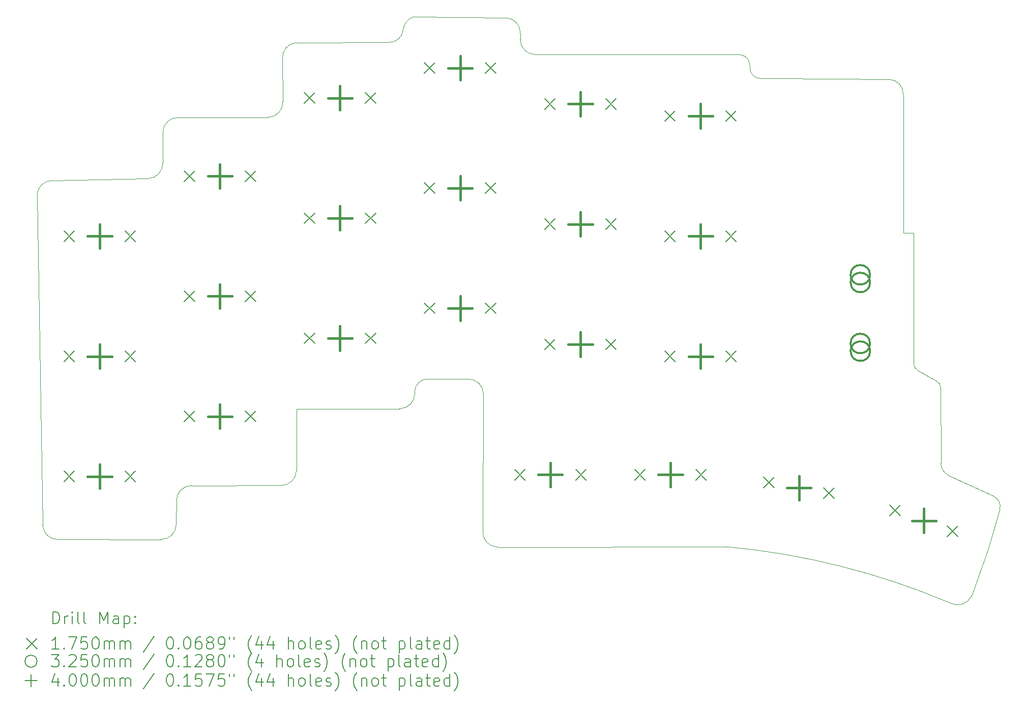
<source format=gbr>
%TF.GenerationSoftware,KiCad,Pcbnew,8.0.3*%
%TF.CreationDate,2024-07-10T08:49:26-07:00*%
%TF.ProjectId,Custom_KB_V1,43757374-6f6d-45f4-9b42-5f56312e6b69,rev?*%
%TF.SameCoordinates,Original*%
%TF.FileFunction,Drillmap*%
%TF.FilePolarity,Positive*%
%FSLAX45Y45*%
G04 Gerber Fmt 4.5, Leading zero omitted, Abs format (unit mm)*
G04 Created by KiCad (PCBNEW 8.0.3) date 2024-07-10 08:49:26*
%MOMM*%
%LPD*%
G01*
G04 APERTURE LIST*
%ADD10C,0.050000*%
%ADD11C,0.200000*%
%ADD12C,0.175000*%
%ADD13C,0.325000*%
%ADD14C,0.400000*%
G04 APERTURE END LIST*
D10*
X21073938Y-12352434D02*
G75*
G02*
X21180352Y-12579258I-75926J-173995D01*
G01*
X20330557Y-12008063D02*
G75*
G02*
X20200000Y-11800000I92713J203169D01*
G01*
X19824449Y-10264104D02*
G75*
G02*
X19748395Y-10148365I48777J114910D01*
G01*
X20125551Y-10435896D02*
G75*
G02*
X20198026Y-10548238I-50831J-112342D01*
G01*
X20998547Y-13196985D02*
X21180352Y-12579258D01*
X20330557Y-12008063D02*
X21073938Y-12352434D01*
X20198026Y-10548238D02*
X20200000Y-11800000D01*
X11250000Y-4600000D02*
G75*
G02*
X11009916Y-4799354I-230344J33162D01*
G01*
X17021828Y-5188057D02*
X17020711Y-5220711D01*
X16843020Y-5002732D02*
G75*
G02*
X17021828Y-5188057I-3164J-181975D01*
G01*
X17200000Y-5400000D02*
G75*
G02*
X17020711Y-5220711I0J179289D01*
G01*
X17415670Y-5399708D02*
X17200000Y-5400000D01*
X20709373Y-14013542D02*
G75*
G02*
X20360932Y-14133492I-229537J100712D01*
G01*
X19750000Y-7975000D02*
X19748395Y-10148365D01*
X5505332Y-13072654D02*
G75*
G02*
X5250143Y-12835355I-9122J246054D01*
G01*
X16620881Y-13194354D02*
G75*
G02*
X20360932Y-14133492I-1120881J-12380645D01*
G01*
X13444096Y-5001898D02*
X15200000Y-5000000D01*
X9243041Y-5071570D02*
G75*
G02*
X9468016Y-4803451I246549J21570D01*
G01*
X19575000Y-7975000D02*
X19750000Y-7975000D01*
X5158675Y-7342192D02*
G75*
G02*
X5409007Y-7099524I246195J-3518D01*
G01*
X12965804Y-4389900D02*
G75*
G02*
X13200000Y-4650000I-12954J-247150D01*
G01*
X11443166Y-10647164D02*
G75*
G02*
X11193166Y-10897156I-249996J4D01*
G01*
X12330567Y-10403417D02*
X11667579Y-10402512D01*
X16620825Y-13194976D02*
X12825000Y-13200000D01*
X12575000Y-12950000D02*
X12585480Y-10650422D01*
X7248769Y-6808933D02*
X7250000Y-6300000D01*
X19340804Y-5414900D02*
G75*
G02*
X19575000Y-5675000I-12954J-247150D01*
G01*
X7476777Y-12426777D02*
G75*
G02*
X7726777Y-12176777I250003J-3D01*
G01*
X20998547Y-13196985D02*
X20709373Y-14013542D01*
X7476777Y-12426777D02*
X7473522Y-12823202D01*
X11442479Y-10608844D02*
G75*
G02*
X11667579Y-10402514I215001J-8606D01*
G01*
X7250000Y-6300000D02*
G75*
G02*
X7500000Y-6050000I250000J0D01*
G01*
X9223223Y-12175000D02*
X7726777Y-12176777D01*
X9468016Y-4803454D02*
X11009916Y-4799354D01*
X9475000Y-10900000D02*
X9473223Y-11925000D01*
X13444096Y-5001898D02*
G75*
G02*
X13199082Y-4747016I4934J249948D01*
G01*
X19575000Y-5675000D02*
X19575000Y-7975000D01*
X9473223Y-11925000D02*
G75*
G02*
X9223223Y-12175003I-250003J0D01*
G01*
X11250000Y-4600000D02*
G75*
G02*
X11428443Y-4371333I252049J-12731D01*
G01*
X11442479Y-10608844D02*
X11443166Y-10647164D01*
X11428443Y-4371333D02*
X12965804Y-4389900D01*
X19824449Y-10264104D02*
X20125551Y-10435896D01*
X17415670Y-5399708D02*
X19340804Y-5414900D01*
X7500000Y-6050000D02*
X9006237Y-6046666D01*
X7248769Y-6808933D02*
G75*
G02*
X7007060Y-7066959I-249869J-8157D01*
G01*
X7473522Y-12823202D02*
G75*
G02*
X7222954Y-13072925I-250000J277D01*
G01*
X7222954Y-13072924D02*
X5505332Y-13072654D01*
X15200000Y-5000000D02*
X16843020Y-5002732D01*
X9247947Y-5788641D02*
G75*
G02*
X9006237Y-6046666I-249867J-8159D01*
G01*
X12330567Y-10403417D02*
G75*
G02*
X12585484Y-10650422I4933J-249953D01*
G01*
X5409007Y-7099520D02*
X7007060Y-7066957D01*
X12825000Y-13200000D02*
G75*
G02*
X12575000Y-12950000I0J250000D01*
G01*
X11193166Y-10897164D02*
X9475000Y-10900000D01*
X5250140Y-12835356D02*
X5158675Y-7342192D01*
X9247947Y-5788641D02*
X9243041Y-5071570D01*
X13200000Y-4650000D02*
X13199074Y-4747016D01*
D11*
D12*
X5604500Y-7937500D02*
X5779500Y-8112500D01*
X5779500Y-7937500D02*
X5604500Y-8112500D01*
X5604500Y-9937500D02*
X5779500Y-10112500D01*
X5779500Y-9937500D02*
X5604500Y-10112500D01*
X5604500Y-11937500D02*
X5779500Y-12112500D01*
X5779500Y-11937500D02*
X5604500Y-12112500D01*
X6620500Y-7937500D02*
X6795500Y-8112500D01*
X6795500Y-7937500D02*
X6620500Y-8112500D01*
X6620500Y-9937500D02*
X6795500Y-10112500D01*
X6795500Y-9937500D02*
X6620500Y-10112500D01*
X6620500Y-11937500D02*
X6795500Y-12112500D01*
X6795500Y-11937500D02*
X6620500Y-12112500D01*
X7604500Y-6937500D02*
X7779500Y-7112500D01*
X7779500Y-6937500D02*
X7604500Y-7112500D01*
X7604500Y-8937500D02*
X7779500Y-9112500D01*
X7779500Y-8937500D02*
X7604500Y-9112500D01*
X7604500Y-10937500D02*
X7779500Y-11112500D01*
X7779500Y-10937500D02*
X7604500Y-11112500D01*
X8620500Y-6937500D02*
X8795500Y-7112500D01*
X8795500Y-6937500D02*
X8620500Y-7112500D01*
X8620500Y-8937500D02*
X8795500Y-9112500D01*
X8795500Y-8937500D02*
X8620500Y-9112500D01*
X8620500Y-10937500D02*
X8795500Y-11112500D01*
X8795500Y-10937500D02*
X8620500Y-11112500D01*
X9604500Y-5637500D02*
X9779500Y-5812500D01*
X9779500Y-5637500D02*
X9604500Y-5812500D01*
X9604500Y-7637500D02*
X9779500Y-7812500D01*
X9779500Y-7637500D02*
X9604500Y-7812500D01*
X9604500Y-9637500D02*
X9779500Y-9812500D01*
X9779500Y-9637500D02*
X9604500Y-9812500D01*
X10620500Y-5637500D02*
X10795500Y-5812500D01*
X10795500Y-5637500D02*
X10620500Y-5812500D01*
X10620500Y-7637500D02*
X10795500Y-7812500D01*
X10795500Y-7637500D02*
X10620500Y-7812500D01*
X10620500Y-9637500D02*
X10795500Y-9812500D01*
X10795500Y-9637500D02*
X10620500Y-9812500D01*
X11604500Y-5137500D02*
X11779500Y-5312500D01*
X11779500Y-5137500D02*
X11604500Y-5312500D01*
X11604500Y-7137500D02*
X11779500Y-7312500D01*
X11779500Y-7137500D02*
X11604500Y-7312500D01*
X11604500Y-9137500D02*
X11779500Y-9312500D01*
X11779500Y-9137500D02*
X11604500Y-9312500D01*
X12620500Y-5137500D02*
X12795500Y-5312500D01*
X12795500Y-5137500D02*
X12620500Y-5312500D01*
X12620500Y-7137500D02*
X12795500Y-7312500D01*
X12795500Y-7137500D02*
X12620500Y-7312500D01*
X12620500Y-9137500D02*
X12795500Y-9312500D01*
X12795500Y-9137500D02*
X12620500Y-9312500D01*
X13104500Y-11909500D02*
X13279500Y-12084500D01*
X13279500Y-11909500D02*
X13104500Y-12084500D01*
X13604500Y-5737500D02*
X13779500Y-5912500D01*
X13779500Y-5737500D02*
X13604500Y-5912500D01*
X13604500Y-7737500D02*
X13779500Y-7912500D01*
X13779500Y-7737500D02*
X13604500Y-7912500D01*
X13604500Y-9737500D02*
X13779500Y-9912500D01*
X13779500Y-9737500D02*
X13604500Y-9912500D01*
X14120500Y-11909500D02*
X14295500Y-12084500D01*
X14295500Y-11909500D02*
X14120500Y-12084500D01*
X14620500Y-5737500D02*
X14795500Y-5912500D01*
X14795500Y-5737500D02*
X14620500Y-5912500D01*
X14620500Y-7737500D02*
X14795500Y-7912500D01*
X14795500Y-7737500D02*
X14620500Y-7912500D01*
X14620500Y-9737500D02*
X14795500Y-9912500D01*
X14795500Y-9737500D02*
X14620500Y-9912500D01*
X15104500Y-11909500D02*
X15279500Y-12084500D01*
X15279500Y-11909500D02*
X15104500Y-12084500D01*
X15604500Y-5937500D02*
X15779500Y-6112500D01*
X15779500Y-5937500D02*
X15604500Y-6112500D01*
X15604500Y-7937500D02*
X15779500Y-8112500D01*
X15779500Y-7937500D02*
X15604500Y-8112500D01*
X15604500Y-9937500D02*
X15779500Y-10112500D01*
X15779500Y-9937500D02*
X15604500Y-10112500D01*
X16120500Y-11909500D02*
X16295500Y-12084500D01*
X16295500Y-11909500D02*
X16120500Y-12084500D01*
X16620500Y-5937500D02*
X16795500Y-6112500D01*
X16795500Y-5937500D02*
X16620500Y-6112500D01*
X16620500Y-7937500D02*
X16795500Y-8112500D01*
X16795500Y-7937500D02*
X16620500Y-8112500D01*
X16620500Y-9937500D02*
X16795500Y-10112500D01*
X16795500Y-9937500D02*
X16620500Y-10112500D01*
X17250650Y-12038996D02*
X17425650Y-12213996D01*
X17425650Y-12038996D02*
X17250650Y-12213996D01*
X18251215Y-12215423D02*
X18426215Y-12390423D01*
X18426215Y-12215423D02*
X18251215Y-12390423D01*
X19351860Y-12501317D02*
X19526860Y-12676317D01*
X19526860Y-12501317D02*
X19351860Y-12676317D01*
X20306587Y-12848809D02*
X20481587Y-13023809D01*
X20481587Y-12848809D02*
X20306587Y-13023809D01*
D13*
X19021759Y-8668858D02*
G75*
G02*
X18696759Y-8668858I-162500J0D01*
G01*
X18696759Y-8668858D02*
G75*
G02*
X19021759Y-8668858I162500J0D01*
G01*
X19021759Y-9811858D02*
G75*
G02*
X18696759Y-9811858I-162500J0D01*
G01*
X18696759Y-9811858D02*
G75*
G02*
X19021759Y-9811858I162500J0D01*
G01*
X19022500Y-8796000D02*
G75*
G02*
X18697500Y-8796000I-162500J0D01*
G01*
X18697500Y-8796000D02*
G75*
G02*
X19022500Y-8796000I162500J0D01*
G01*
X19022500Y-9939000D02*
G75*
G02*
X18697500Y-9939000I-162500J0D01*
G01*
X18697500Y-9939000D02*
G75*
G02*
X19022500Y-9939000I162500J0D01*
G01*
D14*
X6200000Y-7825000D02*
X6200000Y-8225000D01*
X6000000Y-8025000D02*
X6400000Y-8025000D01*
X6200000Y-7825000D02*
X6200000Y-8225000D01*
X6000000Y-8025000D02*
X6400000Y-8025000D01*
X6200000Y-9825000D02*
X6200000Y-10225000D01*
X6000000Y-10025000D02*
X6400000Y-10025000D01*
X6200000Y-9825000D02*
X6200000Y-10225000D01*
X6000000Y-10025000D02*
X6400000Y-10025000D01*
X6200000Y-11825000D02*
X6200000Y-12225000D01*
X6000000Y-12025000D02*
X6400000Y-12025000D01*
X6200000Y-11825000D02*
X6200000Y-12225000D01*
X6000000Y-12025000D02*
X6400000Y-12025000D01*
X8200000Y-6825000D02*
X8200000Y-7225000D01*
X8000000Y-7025000D02*
X8400000Y-7025000D01*
X8200000Y-6825000D02*
X8200000Y-7225000D01*
X8000000Y-7025000D02*
X8400000Y-7025000D01*
X8200000Y-8825000D02*
X8200000Y-9225000D01*
X8000000Y-9025000D02*
X8400000Y-9025000D01*
X8200000Y-8825000D02*
X8200000Y-9225000D01*
X8000000Y-9025000D02*
X8400000Y-9025000D01*
X8200000Y-10825000D02*
X8200000Y-11225000D01*
X8000000Y-11025000D02*
X8400000Y-11025000D01*
X8200000Y-10825000D02*
X8200000Y-11225000D01*
X8000000Y-11025000D02*
X8400000Y-11025000D01*
X10200000Y-5525000D02*
X10200000Y-5925000D01*
X10000000Y-5725000D02*
X10400000Y-5725000D01*
X10200000Y-5525000D02*
X10200000Y-5925000D01*
X10000000Y-5725000D02*
X10400000Y-5725000D01*
X10200000Y-7525000D02*
X10200000Y-7925000D01*
X10000000Y-7725000D02*
X10400000Y-7725000D01*
X10200000Y-7525000D02*
X10200000Y-7925000D01*
X10000000Y-7725000D02*
X10400000Y-7725000D01*
X10200000Y-9525000D02*
X10200000Y-9925000D01*
X10000000Y-9725000D02*
X10400000Y-9725000D01*
X10200000Y-9525000D02*
X10200000Y-9925000D01*
X10000000Y-9725000D02*
X10400000Y-9725000D01*
X12200000Y-5025000D02*
X12200000Y-5425000D01*
X12000000Y-5225000D02*
X12400000Y-5225000D01*
X12200000Y-5025000D02*
X12200000Y-5425000D01*
X12000000Y-5225000D02*
X12400000Y-5225000D01*
X12200000Y-7025000D02*
X12200000Y-7425000D01*
X12000000Y-7225000D02*
X12400000Y-7225000D01*
X12200000Y-7025000D02*
X12200000Y-7425000D01*
X12000000Y-7225000D02*
X12400000Y-7225000D01*
X12200000Y-9025000D02*
X12200000Y-9425000D01*
X12000000Y-9225000D02*
X12400000Y-9225000D01*
X12200000Y-9025000D02*
X12200000Y-9425000D01*
X12000000Y-9225000D02*
X12400000Y-9225000D01*
X13700000Y-11797000D02*
X13700000Y-12197000D01*
X13500000Y-11997000D02*
X13900000Y-11997000D01*
X13700000Y-11797000D02*
X13700000Y-12197000D01*
X13500000Y-11997000D02*
X13900000Y-11997000D01*
X14200000Y-5625000D02*
X14200000Y-6025000D01*
X14000000Y-5825000D02*
X14400000Y-5825000D01*
X14200000Y-5625000D02*
X14200000Y-6025000D01*
X14000000Y-5825000D02*
X14400000Y-5825000D01*
X14200000Y-7625000D02*
X14200000Y-8025000D01*
X14000000Y-7825000D02*
X14400000Y-7825000D01*
X14200000Y-7625000D02*
X14200000Y-8025000D01*
X14000000Y-7825000D02*
X14400000Y-7825000D01*
X14200000Y-9625000D02*
X14200000Y-10025000D01*
X14000000Y-9825000D02*
X14400000Y-9825000D01*
X14200000Y-9625000D02*
X14200000Y-10025000D01*
X14000000Y-9825000D02*
X14400000Y-9825000D01*
X15700000Y-11797000D02*
X15700000Y-12197000D01*
X15500000Y-11997000D02*
X15900000Y-11997000D01*
X15700000Y-11797000D02*
X15700000Y-12197000D01*
X15500000Y-11997000D02*
X15900000Y-11997000D01*
X16200000Y-5825000D02*
X16200000Y-6225000D01*
X16000000Y-6025000D02*
X16400000Y-6025000D01*
X16200000Y-5825000D02*
X16200000Y-6225000D01*
X16000000Y-6025000D02*
X16400000Y-6025000D01*
X16200000Y-7825000D02*
X16200000Y-8225000D01*
X16000000Y-8025000D02*
X16400000Y-8025000D01*
X16200000Y-7825000D02*
X16200000Y-8225000D01*
X16000000Y-8025000D02*
X16400000Y-8025000D01*
X16200000Y-9825000D02*
X16200000Y-10225000D01*
X16000000Y-10025000D02*
X16400000Y-10025000D01*
X16200000Y-9825000D02*
X16200000Y-10225000D01*
X16000000Y-10025000D02*
X16400000Y-10025000D01*
X17838433Y-12014710D02*
X17838433Y-12414710D01*
X17638433Y-12214710D02*
X18038433Y-12214710D01*
X17838433Y-12014710D02*
X17838433Y-12414710D01*
X17638433Y-12214710D02*
X18038433Y-12214710D01*
X19916723Y-12562563D02*
X19916723Y-12962563D01*
X19716723Y-12762563D02*
X20116723Y-12762563D01*
X19916723Y-12562563D02*
X19916723Y-12962563D01*
X19716723Y-12762563D02*
X20116723Y-12762563D01*
D11*
X5416951Y-14477473D02*
X5416951Y-14277473D01*
X5416951Y-14277473D02*
X5464570Y-14277473D01*
X5464570Y-14277473D02*
X5493142Y-14286997D01*
X5493142Y-14286997D02*
X5512190Y-14306044D01*
X5512190Y-14306044D02*
X5521713Y-14325092D01*
X5521713Y-14325092D02*
X5531237Y-14363187D01*
X5531237Y-14363187D02*
X5531237Y-14391759D01*
X5531237Y-14391759D02*
X5521713Y-14429854D01*
X5521713Y-14429854D02*
X5512190Y-14448901D01*
X5512190Y-14448901D02*
X5493142Y-14467949D01*
X5493142Y-14467949D02*
X5464570Y-14477473D01*
X5464570Y-14477473D02*
X5416951Y-14477473D01*
X5616951Y-14477473D02*
X5616951Y-14344140D01*
X5616951Y-14382235D02*
X5626475Y-14363187D01*
X5626475Y-14363187D02*
X5635999Y-14353663D01*
X5635999Y-14353663D02*
X5655047Y-14344140D01*
X5655047Y-14344140D02*
X5674094Y-14344140D01*
X5740761Y-14477473D02*
X5740761Y-14344140D01*
X5740761Y-14277473D02*
X5731237Y-14286997D01*
X5731237Y-14286997D02*
X5740761Y-14296521D01*
X5740761Y-14296521D02*
X5750285Y-14286997D01*
X5750285Y-14286997D02*
X5740761Y-14277473D01*
X5740761Y-14277473D02*
X5740761Y-14296521D01*
X5864570Y-14477473D02*
X5845523Y-14467949D01*
X5845523Y-14467949D02*
X5835999Y-14448901D01*
X5835999Y-14448901D02*
X5835999Y-14277473D01*
X5969332Y-14477473D02*
X5950285Y-14467949D01*
X5950285Y-14467949D02*
X5940761Y-14448901D01*
X5940761Y-14448901D02*
X5940761Y-14277473D01*
X6197904Y-14477473D02*
X6197904Y-14277473D01*
X6197904Y-14277473D02*
X6264570Y-14420330D01*
X6264570Y-14420330D02*
X6331237Y-14277473D01*
X6331237Y-14277473D02*
X6331237Y-14477473D01*
X6512189Y-14477473D02*
X6512189Y-14372711D01*
X6512189Y-14372711D02*
X6502666Y-14353663D01*
X6502666Y-14353663D02*
X6483618Y-14344140D01*
X6483618Y-14344140D02*
X6445523Y-14344140D01*
X6445523Y-14344140D02*
X6426475Y-14353663D01*
X6512189Y-14467949D02*
X6493142Y-14477473D01*
X6493142Y-14477473D02*
X6445523Y-14477473D01*
X6445523Y-14477473D02*
X6426475Y-14467949D01*
X6426475Y-14467949D02*
X6416951Y-14448901D01*
X6416951Y-14448901D02*
X6416951Y-14429854D01*
X6416951Y-14429854D02*
X6426475Y-14410806D01*
X6426475Y-14410806D02*
X6445523Y-14401282D01*
X6445523Y-14401282D02*
X6493142Y-14401282D01*
X6493142Y-14401282D02*
X6512189Y-14391759D01*
X6607428Y-14344140D02*
X6607428Y-14544140D01*
X6607428Y-14353663D02*
X6626475Y-14344140D01*
X6626475Y-14344140D02*
X6664570Y-14344140D01*
X6664570Y-14344140D02*
X6683618Y-14353663D01*
X6683618Y-14353663D02*
X6693142Y-14363187D01*
X6693142Y-14363187D02*
X6702666Y-14382235D01*
X6702666Y-14382235D02*
X6702666Y-14439378D01*
X6702666Y-14439378D02*
X6693142Y-14458425D01*
X6693142Y-14458425D02*
X6683618Y-14467949D01*
X6683618Y-14467949D02*
X6664570Y-14477473D01*
X6664570Y-14477473D02*
X6626475Y-14477473D01*
X6626475Y-14477473D02*
X6607428Y-14467949D01*
X6788380Y-14458425D02*
X6797904Y-14467949D01*
X6797904Y-14467949D02*
X6788380Y-14477473D01*
X6788380Y-14477473D02*
X6778856Y-14467949D01*
X6778856Y-14467949D02*
X6788380Y-14458425D01*
X6788380Y-14458425D02*
X6788380Y-14477473D01*
X6788380Y-14353663D02*
X6797904Y-14363187D01*
X6797904Y-14363187D02*
X6788380Y-14372711D01*
X6788380Y-14372711D02*
X6778856Y-14363187D01*
X6778856Y-14363187D02*
X6788380Y-14353663D01*
X6788380Y-14353663D02*
X6788380Y-14372711D01*
D12*
X4981175Y-14718489D02*
X5156175Y-14893489D01*
X5156175Y-14718489D02*
X4981175Y-14893489D01*
D11*
X5521713Y-14897473D02*
X5407428Y-14897473D01*
X5464570Y-14897473D02*
X5464570Y-14697473D01*
X5464570Y-14697473D02*
X5445523Y-14726044D01*
X5445523Y-14726044D02*
X5426475Y-14745092D01*
X5426475Y-14745092D02*
X5407428Y-14754616D01*
X5607428Y-14878425D02*
X5616951Y-14887949D01*
X5616951Y-14887949D02*
X5607428Y-14897473D01*
X5607428Y-14897473D02*
X5597904Y-14887949D01*
X5597904Y-14887949D02*
X5607428Y-14878425D01*
X5607428Y-14878425D02*
X5607428Y-14897473D01*
X5683618Y-14697473D02*
X5816951Y-14697473D01*
X5816951Y-14697473D02*
X5731237Y-14897473D01*
X5988380Y-14697473D02*
X5893142Y-14697473D01*
X5893142Y-14697473D02*
X5883618Y-14792711D01*
X5883618Y-14792711D02*
X5893142Y-14783187D01*
X5893142Y-14783187D02*
X5912189Y-14773663D01*
X5912189Y-14773663D02*
X5959809Y-14773663D01*
X5959809Y-14773663D02*
X5978856Y-14783187D01*
X5978856Y-14783187D02*
X5988380Y-14792711D01*
X5988380Y-14792711D02*
X5997904Y-14811759D01*
X5997904Y-14811759D02*
X5997904Y-14859378D01*
X5997904Y-14859378D02*
X5988380Y-14878425D01*
X5988380Y-14878425D02*
X5978856Y-14887949D01*
X5978856Y-14887949D02*
X5959809Y-14897473D01*
X5959809Y-14897473D02*
X5912189Y-14897473D01*
X5912189Y-14897473D02*
X5893142Y-14887949D01*
X5893142Y-14887949D02*
X5883618Y-14878425D01*
X6121713Y-14697473D02*
X6140761Y-14697473D01*
X6140761Y-14697473D02*
X6159809Y-14706997D01*
X6159809Y-14706997D02*
X6169332Y-14716521D01*
X6169332Y-14716521D02*
X6178856Y-14735568D01*
X6178856Y-14735568D02*
X6188380Y-14773663D01*
X6188380Y-14773663D02*
X6188380Y-14821282D01*
X6188380Y-14821282D02*
X6178856Y-14859378D01*
X6178856Y-14859378D02*
X6169332Y-14878425D01*
X6169332Y-14878425D02*
X6159809Y-14887949D01*
X6159809Y-14887949D02*
X6140761Y-14897473D01*
X6140761Y-14897473D02*
X6121713Y-14897473D01*
X6121713Y-14897473D02*
X6102666Y-14887949D01*
X6102666Y-14887949D02*
X6093142Y-14878425D01*
X6093142Y-14878425D02*
X6083618Y-14859378D01*
X6083618Y-14859378D02*
X6074094Y-14821282D01*
X6074094Y-14821282D02*
X6074094Y-14773663D01*
X6074094Y-14773663D02*
X6083618Y-14735568D01*
X6083618Y-14735568D02*
X6093142Y-14716521D01*
X6093142Y-14716521D02*
X6102666Y-14706997D01*
X6102666Y-14706997D02*
X6121713Y-14697473D01*
X6274094Y-14897473D02*
X6274094Y-14764140D01*
X6274094Y-14783187D02*
X6283618Y-14773663D01*
X6283618Y-14773663D02*
X6302666Y-14764140D01*
X6302666Y-14764140D02*
X6331237Y-14764140D01*
X6331237Y-14764140D02*
X6350285Y-14773663D01*
X6350285Y-14773663D02*
X6359809Y-14792711D01*
X6359809Y-14792711D02*
X6359809Y-14897473D01*
X6359809Y-14792711D02*
X6369332Y-14773663D01*
X6369332Y-14773663D02*
X6388380Y-14764140D01*
X6388380Y-14764140D02*
X6416951Y-14764140D01*
X6416951Y-14764140D02*
X6435999Y-14773663D01*
X6435999Y-14773663D02*
X6445523Y-14792711D01*
X6445523Y-14792711D02*
X6445523Y-14897473D01*
X6540761Y-14897473D02*
X6540761Y-14764140D01*
X6540761Y-14783187D02*
X6550285Y-14773663D01*
X6550285Y-14773663D02*
X6569332Y-14764140D01*
X6569332Y-14764140D02*
X6597904Y-14764140D01*
X6597904Y-14764140D02*
X6616951Y-14773663D01*
X6616951Y-14773663D02*
X6626475Y-14792711D01*
X6626475Y-14792711D02*
X6626475Y-14897473D01*
X6626475Y-14792711D02*
X6635999Y-14773663D01*
X6635999Y-14773663D02*
X6655047Y-14764140D01*
X6655047Y-14764140D02*
X6683618Y-14764140D01*
X6683618Y-14764140D02*
X6702666Y-14773663D01*
X6702666Y-14773663D02*
X6712190Y-14792711D01*
X6712190Y-14792711D02*
X6712190Y-14897473D01*
X7102666Y-14687949D02*
X6931237Y-14945092D01*
X7359809Y-14697473D02*
X7378856Y-14697473D01*
X7378856Y-14697473D02*
X7397904Y-14706997D01*
X7397904Y-14706997D02*
X7407428Y-14716521D01*
X7407428Y-14716521D02*
X7416952Y-14735568D01*
X7416952Y-14735568D02*
X7426475Y-14773663D01*
X7426475Y-14773663D02*
X7426475Y-14821282D01*
X7426475Y-14821282D02*
X7416952Y-14859378D01*
X7416952Y-14859378D02*
X7407428Y-14878425D01*
X7407428Y-14878425D02*
X7397904Y-14887949D01*
X7397904Y-14887949D02*
X7378856Y-14897473D01*
X7378856Y-14897473D02*
X7359809Y-14897473D01*
X7359809Y-14897473D02*
X7340761Y-14887949D01*
X7340761Y-14887949D02*
X7331237Y-14878425D01*
X7331237Y-14878425D02*
X7321713Y-14859378D01*
X7321713Y-14859378D02*
X7312190Y-14821282D01*
X7312190Y-14821282D02*
X7312190Y-14773663D01*
X7312190Y-14773663D02*
X7321713Y-14735568D01*
X7321713Y-14735568D02*
X7331237Y-14716521D01*
X7331237Y-14716521D02*
X7340761Y-14706997D01*
X7340761Y-14706997D02*
X7359809Y-14697473D01*
X7512190Y-14878425D02*
X7521713Y-14887949D01*
X7521713Y-14887949D02*
X7512190Y-14897473D01*
X7512190Y-14897473D02*
X7502666Y-14887949D01*
X7502666Y-14887949D02*
X7512190Y-14878425D01*
X7512190Y-14878425D02*
X7512190Y-14897473D01*
X7645523Y-14697473D02*
X7664571Y-14697473D01*
X7664571Y-14697473D02*
X7683618Y-14706997D01*
X7683618Y-14706997D02*
X7693142Y-14716521D01*
X7693142Y-14716521D02*
X7702666Y-14735568D01*
X7702666Y-14735568D02*
X7712190Y-14773663D01*
X7712190Y-14773663D02*
X7712190Y-14821282D01*
X7712190Y-14821282D02*
X7702666Y-14859378D01*
X7702666Y-14859378D02*
X7693142Y-14878425D01*
X7693142Y-14878425D02*
X7683618Y-14887949D01*
X7683618Y-14887949D02*
X7664571Y-14897473D01*
X7664571Y-14897473D02*
X7645523Y-14897473D01*
X7645523Y-14897473D02*
X7626475Y-14887949D01*
X7626475Y-14887949D02*
X7616952Y-14878425D01*
X7616952Y-14878425D02*
X7607428Y-14859378D01*
X7607428Y-14859378D02*
X7597904Y-14821282D01*
X7597904Y-14821282D02*
X7597904Y-14773663D01*
X7597904Y-14773663D02*
X7607428Y-14735568D01*
X7607428Y-14735568D02*
X7616952Y-14716521D01*
X7616952Y-14716521D02*
X7626475Y-14706997D01*
X7626475Y-14706997D02*
X7645523Y-14697473D01*
X7883618Y-14697473D02*
X7845523Y-14697473D01*
X7845523Y-14697473D02*
X7826475Y-14706997D01*
X7826475Y-14706997D02*
X7816952Y-14716521D01*
X7816952Y-14716521D02*
X7797904Y-14745092D01*
X7797904Y-14745092D02*
X7788380Y-14783187D01*
X7788380Y-14783187D02*
X7788380Y-14859378D01*
X7788380Y-14859378D02*
X7797904Y-14878425D01*
X7797904Y-14878425D02*
X7807428Y-14887949D01*
X7807428Y-14887949D02*
X7826475Y-14897473D01*
X7826475Y-14897473D02*
X7864571Y-14897473D01*
X7864571Y-14897473D02*
X7883618Y-14887949D01*
X7883618Y-14887949D02*
X7893142Y-14878425D01*
X7893142Y-14878425D02*
X7902666Y-14859378D01*
X7902666Y-14859378D02*
X7902666Y-14811759D01*
X7902666Y-14811759D02*
X7893142Y-14792711D01*
X7893142Y-14792711D02*
X7883618Y-14783187D01*
X7883618Y-14783187D02*
X7864571Y-14773663D01*
X7864571Y-14773663D02*
X7826475Y-14773663D01*
X7826475Y-14773663D02*
X7807428Y-14783187D01*
X7807428Y-14783187D02*
X7797904Y-14792711D01*
X7797904Y-14792711D02*
X7788380Y-14811759D01*
X8016952Y-14783187D02*
X7997904Y-14773663D01*
X7997904Y-14773663D02*
X7988380Y-14764140D01*
X7988380Y-14764140D02*
X7978856Y-14745092D01*
X7978856Y-14745092D02*
X7978856Y-14735568D01*
X7978856Y-14735568D02*
X7988380Y-14716521D01*
X7988380Y-14716521D02*
X7997904Y-14706997D01*
X7997904Y-14706997D02*
X8016952Y-14697473D01*
X8016952Y-14697473D02*
X8055047Y-14697473D01*
X8055047Y-14697473D02*
X8074094Y-14706997D01*
X8074094Y-14706997D02*
X8083618Y-14716521D01*
X8083618Y-14716521D02*
X8093142Y-14735568D01*
X8093142Y-14735568D02*
X8093142Y-14745092D01*
X8093142Y-14745092D02*
X8083618Y-14764140D01*
X8083618Y-14764140D02*
X8074094Y-14773663D01*
X8074094Y-14773663D02*
X8055047Y-14783187D01*
X8055047Y-14783187D02*
X8016952Y-14783187D01*
X8016952Y-14783187D02*
X7997904Y-14792711D01*
X7997904Y-14792711D02*
X7988380Y-14802235D01*
X7988380Y-14802235D02*
X7978856Y-14821282D01*
X7978856Y-14821282D02*
X7978856Y-14859378D01*
X7978856Y-14859378D02*
X7988380Y-14878425D01*
X7988380Y-14878425D02*
X7997904Y-14887949D01*
X7997904Y-14887949D02*
X8016952Y-14897473D01*
X8016952Y-14897473D02*
X8055047Y-14897473D01*
X8055047Y-14897473D02*
X8074094Y-14887949D01*
X8074094Y-14887949D02*
X8083618Y-14878425D01*
X8083618Y-14878425D02*
X8093142Y-14859378D01*
X8093142Y-14859378D02*
X8093142Y-14821282D01*
X8093142Y-14821282D02*
X8083618Y-14802235D01*
X8083618Y-14802235D02*
X8074094Y-14792711D01*
X8074094Y-14792711D02*
X8055047Y-14783187D01*
X8188380Y-14897473D02*
X8226475Y-14897473D01*
X8226475Y-14897473D02*
X8245523Y-14887949D01*
X8245523Y-14887949D02*
X8255047Y-14878425D01*
X8255047Y-14878425D02*
X8274094Y-14849854D01*
X8274094Y-14849854D02*
X8283618Y-14811759D01*
X8283618Y-14811759D02*
X8283618Y-14735568D01*
X8283618Y-14735568D02*
X8274094Y-14716521D01*
X8274094Y-14716521D02*
X8264571Y-14706997D01*
X8264571Y-14706997D02*
X8245523Y-14697473D01*
X8245523Y-14697473D02*
X8207428Y-14697473D01*
X8207428Y-14697473D02*
X8188380Y-14706997D01*
X8188380Y-14706997D02*
X8178856Y-14716521D01*
X8178856Y-14716521D02*
X8169333Y-14735568D01*
X8169333Y-14735568D02*
X8169333Y-14783187D01*
X8169333Y-14783187D02*
X8178856Y-14802235D01*
X8178856Y-14802235D02*
X8188380Y-14811759D01*
X8188380Y-14811759D02*
X8207428Y-14821282D01*
X8207428Y-14821282D02*
X8245523Y-14821282D01*
X8245523Y-14821282D02*
X8264571Y-14811759D01*
X8264571Y-14811759D02*
X8274094Y-14802235D01*
X8274094Y-14802235D02*
X8283618Y-14783187D01*
X8359809Y-14697473D02*
X8359809Y-14735568D01*
X8435999Y-14697473D02*
X8435999Y-14735568D01*
X8731238Y-14973663D02*
X8721714Y-14964140D01*
X8721714Y-14964140D02*
X8702666Y-14935568D01*
X8702666Y-14935568D02*
X8693142Y-14916521D01*
X8693142Y-14916521D02*
X8683618Y-14887949D01*
X8683618Y-14887949D02*
X8674095Y-14840330D01*
X8674095Y-14840330D02*
X8674095Y-14802235D01*
X8674095Y-14802235D02*
X8683618Y-14754616D01*
X8683618Y-14754616D02*
X8693142Y-14726044D01*
X8693142Y-14726044D02*
X8702666Y-14706997D01*
X8702666Y-14706997D02*
X8721714Y-14678425D01*
X8721714Y-14678425D02*
X8731238Y-14668901D01*
X8893142Y-14764140D02*
X8893142Y-14897473D01*
X8845523Y-14687949D02*
X8797904Y-14830806D01*
X8797904Y-14830806D02*
X8921714Y-14830806D01*
X9083618Y-14764140D02*
X9083618Y-14897473D01*
X9035999Y-14687949D02*
X8988380Y-14830806D01*
X8988380Y-14830806D02*
X9112190Y-14830806D01*
X9340761Y-14897473D02*
X9340761Y-14697473D01*
X9426476Y-14897473D02*
X9426476Y-14792711D01*
X9426476Y-14792711D02*
X9416952Y-14773663D01*
X9416952Y-14773663D02*
X9397904Y-14764140D01*
X9397904Y-14764140D02*
X9369333Y-14764140D01*
X9369333Y-14764140D02*
X9350285Y-14773663D01*
X9350285Y-14773663D02*
X9340761Y-14783187D01*
X9550285Y-14897473D02*
X9531238Y-14887949D01*
X9531238Y-14887949D02*
X9521714Y-14878425D01*
X9521714Y-14878425D02*
X9512190Y-14859378D01*
X9512190Y-14859378D02*
X9512190Y-14802235D01*
X9512190Y-14802235D02*
X9521714Y-14783187D01*
X9521714Y-14783187D02*
X9531238Y-14773663D01*
X9531238Y-14773663D02*
X9550285Y-14764140D01*
X9550285Y-14764140D02*
X9578857Y-14764140D01*
X9578857Y-14764140D02*
X9597904Y-14773663D01*
X9597904Y-14773663D02*
X9607428Y-14783187D01*
X9607428Y-14783187D02*
X9616952Y-14802235D01*
X9616952Y-14802235D02*
X9616952Y-14859378D01*
X9616952Y-14859378D02*
X9607428Y-14878425D01*
X9607428Y-14878425D02*
X9597904Y-14887949D01*
X9597904Y-14887949D02*
X9578857Y-14897473D01*
X9578857Y-14897473D02*
X9550285Y-14897473D01*
X9731238Y-14897473D02*
X9712190Y-14887949D01*
X9712190Y-14887949D02*
X9702666Y-14868901D01*
X9702666Y-14868901D02*
X9702666Y-14697473D01*
X9883619Y-14887949D02*
X9864571Y-14897473D01*
X9864571Y-14897473D02*
X9826476Y-14897473D01*
X9826476Y-14897473D02*
X9807428Y-14887949D01*
X9807428Y-14887949D02*
X9797904Y-14868901D01*
X9797904Y-14868901D02*
X9797904Y-14792711D01*
X9797904Y-14792711D02*
X9807428Y-14773663D01*
X9807428Y-14773663D02*
X9826476Y-14764140D01*
X9826476Y-14764140D02*
X9864571Y-14764140D01*
X9864571Y-14764140D02*
X9883619Y-14773663D01*
X9883619Y-14773663D02*
X9893142Y-14792711D01*
X9893142Y-14792711D02*
X9893142Y-14811759D01*
X9893142Y-14811759D02*
X9797904Y-14830806D01*
X9969333Y-14887949D02*
X9988380Y-14897473D01*
X9988380Y-14897473D02*
X10026476Y-14897473D01*
X10026476Y-14897473D02*
X10045523Y-14887949D01*
X10045523Y-14887949D02*
X10055047Y-14868901D01*
X10055047Y-14868901D02*
X10055047Y-14859378D01*
X10055047Y-14859378D02*
X10045523Y-14840330D01*
X10045523Y-14840330D02*
X10026476Y-14830806D01*
X10026476Y-14830806D02*
X9997904Y-14830806D01*
X9997904Y-14830806D02*
X9978857Y-14821282D01*
X9978857Y-14821282D02*
X9969333Y-14802235D01*
X9969333Y-14802235D02*
X9969333Y-14792711D01*
X9969333Y-14792711D02*
X9978857Y-14773663D01*
X9978857Y-14773663D02*
X9997904Y-14764140D01*
X9997904Y-14764140D02*
X10026476Y-14764140D01*
X10026476Y-14764140D02*
X10045523Y-14773663D01*
X10121714Y-14973663D02*
X10131238Y-14964140D01*
X10131238Y-14964140D02*
X10150285Y-14935568D01*
X10150285Y-14935568D02*
X10159809Y-14916521D01*
X10159809Y-14916521D02*
X10169333Y-14887949D01*
X10169333Y-14887949D02*
X10178857Y-14840330D01*
X10178857Y-14840330D02*
X10178857Y-14802235D01*
X10178857Y-14802235D02*
X10169333Y-14754616D01*
X10169333Y-14754616D02*
X10159809Y-14726044D01*
X10159809Y-14726044D02*
X10150285Y-14706997D01*
X10150285Y-14706997D02*
X10131238Y-14678425D01*
X10131238Y-14678425D02*
X10121714Y-14668901D01*
X10483619Y-14973663D02*
X10474095Y-14964140D01*
X10474095Y-14964140D02*
X10455047Y-14935568D01*
X10455047Y-14935568D02*
X10445523Y-14916521D01*
X10445523Y-14916521D02*
X10436000Y-14887949D01*
X10436000Y-14887949D02*
X10426476Y-14840330D01*
X10426476Y-14840330D02*
X10426476Y-14802235D01*
X10426476Y-14802235D02*
X10436000Y-14754616D01*
X10436000Y-14754616D02*
X10445523Y-14726044D01*
X10445523Y-14726044D02*
X10455047Y-14706997D01*
X10455047Y-14706997D02*
X10474095Y-14678425D01*
X10474095Y-14678425D02*
X10483619Y-14668901D01*
X10559809Y-14764140D02*
X10559809Y-14897473D01*
X10559809Y-14783187D02*
X10569333Y-14773663D01*
X10569333Y-14773663D02*
X10588380Y-14764140D01*
X10588380Y-14764140D02*
X10616952Y-14764140D01*
X10616952Y-14764140D02*
X10636000Y-14773663D01*
X10636000Y-14773663D02*
X10645523Y-14792711D01*
X10645523Y-14792711D02*
X10645523Y-14897473D01*
X10769333Y-14897473D02*
X10750285Y-14887949D01*
X10750285Y-14887949D02*
X10740761Y-14878425D01*
X10740761Y-14878425D02*
X10731238Y-14859378D01*
X10731238Y-14859378D02*
X10731238Y-14802235D01*
X10731238Y-14802235D02*
X10740761Y-14783187D01*
X10740761Y-14783187D02*
X10750285Y-14773663D01*
X10750285Y-14773663D02*
X10769333Y-14764140D01*
X10769333Y-14764140D02*
X10797904Y-14764140D01*
X10797904Y-14764140D02*
X10816952Y-14773663D01*
X10816952Y-14773663D02*
X10826476Y-14783187D01*
X10826476Y-14783187D02*
X10836000Y-14802235D01*
X10836000Y-14802235D02*
X10836000Y-14859378D01*
X10836000Y-14859378D02*
X10826476Y-14878425D01*
X10826476Y-14878425D02*
X10816952Y-14887949D01*
X10816952Y-14887949D02*
X10797904Y-14897473D01*
X10797904Y-14897473D02*
X10769333Y-14897473D01*
X10893142Y-14764140D02*
X10969333Y-14764140D01*
X10921714Y-14697473D02*
X10921714Y-14868901D01*
X10921714Y-14868901D02*
X10931238Y-14887949D01*
X10931238Y-14887949D02*
X10950285Y-14897473D01*
X10950285Y-14897473D02*
X10969333Y-14897473D01*
X11188380Y-14764140D02*
X11188380Y-14964140D01*
X11188380Y-14773663D02*
X11207428Y-14764140D01*
X11207428Y-14764140D02*
X11245523Y-14764140D01*
X11245523Y-14764140D02*
X11264571Y-14773663D01*
X11264571Y-14773663D02*
X11274095Y-14783187D01*
X11274095Y-14783187D02*
X11283619Y-14802235D01*
X11283619Y-14802235D02*
X11283619Y-14859378D01*
X11283619Y-14859378D02*
X11274095Y-14878425D01*
X11274095Y-14878425D02*
X11264571Y-14887949D01*
X11264571Y-14887949D02*
X11245523Y-14897473D01*
X11245523Y-14897473D02*
X11207428Y-14897473D01*
X11207428Y-14897473D02*
X11188380Y-14887949D01*
X11397904Y-14897473D02*
X11378857Y-14887949D01*
X11378857Y-14887949D02*
X11369333Y-14868901D01*
X11369333Y-14868901D02*
X11369333Y-14697473D01*
X11559809Y-14897473D02*
X11559809Y-14792711D01*
X11559809Y-14792711D02*
X11550285Y-14773663D01*
X11550285Y-14773663D02*
X11531238Y-14764140D01*
X11531238Y-14764140D02*
X11493142Y-14764140D01*
X11493142Y-14764140D02*
X11474095Y-14773663D01*
X11559809Y-14887949D02*
X11540761Y-14897473D01*
X11540761Y-14897473D02*
X11493142Y-14897473D01*
X11493142Y-14897473D02*
X11474095Y-14887949D01*
X11474095Y-14887949D02*
X11464571Y-14868901D01*
X11464571Y-14868901D02*
X11464571Y-14849854D01*
X11464571Y-14849854D02*
X11474095Y-14830806D01*
X11474095Y-14830806D02*
X11493142Y-14821282D01*
X11493142Y-14821282D02*
X11540761Y-14821282D01*
X11540761Y-14821282D02*
X11559809Y-14811759D01*
X11626476Y-14764140D02*
X11702666Y-14764140D01*
X11655047Y-14697473D02*
X11655047Y-14868901D01*
X11655047Y-14868901D02*
X11664571Y-14887949D01*
X11664571Y-14887949D02*
X11683619Y-14897473D01*
X11683619Y-14897473D02*
X11702666Y-14897473D01*
X11845523Y-14887949D02*
X11826476Y-14897473D01*
X11826476Y-14897473D02*
X11788380Y-14897473D01*
X11788380Y-14897473D02*
X11769333Y-14887949D01*
X11769333Y-14887949D02*
X11759809Y-14868901D01*
X11759809Y-14868901D02*
X11759809Y-14792711D01*
X11759809Y-14792711D02*
X11769333Y-14773663D01*
X11769333Y-14773663D02*
X11788380Y-14764140D01*
X11788380Y-14764140D02*
X11826476Y-14764140D01*
X11826476Y-14764140D02*
X11845523Y-14773663D01*
X11845523Y-14773663D02*
X11855047Y-14792711D01*
X11855047Y-14792711D02*
X11855047Y-14811759D01*
X11855047Y-14811759D02*
X11759809Y-14830806D01*
X12026476Y-14897473D02*
X12026476Y-14697473D01*
X12026476Y-14887949D02*
X12007428Y-14897473D01*
X12007428Y-14897473D02*
X11969333Y-14897473D01*
X11969333Y-14897473D02*
X11950285Y-14887949D01*
X11950285Y-14887949D02*
X11940761Y-14878425D01*
X11940761Y-14878425D02*
X11931238Y-14859378D01*
X11931238Y-14859378D02*
X11931238Y-14802235D01*
X11931238Y-14802235D02*
X11940761Y-14783187D01*
X11940761Y-14783187D02*
X11950285Y-14773663D01*
X11950285Y-14773663D02*
X11969333Y-14764140D01*
X11969333Y-14764140D02*
X12007428Y-14764140D01*
X12007428Y-14764140D02*
X12026476Y-14773663D01*
X12102666Y-14973663D02*
X12112190Y-14964140D01*
X12112190Y-14964140D02*
X12131238Y-14935568D01*
X12131238Y-14935568D02*
X12140761Y-14916521D01*
X12140761Y-14916521D02*
X12150285Y-14887949D01*
X12150285Y-14887949D02*
X12159809Y-14840330D01*
X12159809Y-14840330D02*
X12159809Y-14802235D01*
X12159809Y-14802235D02*
X12150285Y-14754616D01*
X12150285Y-14754616D02*
X12140761Y-14726044D01*
X12140761Y-14726044D02*
X12131238Y-14706997D01*
X12131238Y-14706997D02*
X12112190Y-14678425D01*
X12112190Y-14678425D02*
X12102666Y-14668901D01*
X5156175Y-15100989D02*
G75*
G02*
X4956175Y-15100989I-100000J0D01*
G01*
X4956175Y-15100989D02*
G75*
G02*
X5156175Y-15100989I100000J0D01*
G01*
X5397904Y-14992473D02*
X5521713Y-14992473D01*
X5521713Y-14992473D02*
X5455047Y-15068663D01*
X5455047Y-15068663D02*
X5483618Y-15068663D01*
X5483618Y-15068663D02*
X5502666Y-15078187D01*
X5502666Y-15078187D02*
X5512190Y-15087711D01*
X5512190Y-15087711D02*
X5521713Y-15106759D01*
X5521713Y-15106759D02*
X5521713Y-15154378D01*
X5521713Y-15154378D02*
X5512190Y-15173425D01*
X5512190Y-15173425D02*
X5502666Y-15182949D01*
X5502666Y-15182949D02*
X5483618Y-15192473D01*
X5483618Y-15192473D02*
X5426475Y-15192473D01*
X5426475Y-15192473D02*
X5407428Y-15182949D01*
X5407428Y-15182949D02*
X5397904Y-15173425D01*
X5607428Y-15173425D02*
X5616951Y-15182949D01*
X5616951Y-15182949D02*
X5607428Y-15192473D01*
X5607428Y-15192473D02*
X5597904Y-15182949D01*
X5597904Y-15182949D02*
X5607428Y-15173425D01*
X5607428Y-15173425D02*
X5607428Y-15192473D01*
X5693142Y-15011521D02*
X5702666Y-15001997D01*
X5702666Y-15001997D02*
X5721713Y-14992473D01*
X5721713Y-14992473D02*
X5769332Y-14992473D01*
X5769332Y-14992473D02*
X5788380Y-15001997D01*
X5788380Y-15001997D02*
X5797904Y-15011521D01*
X5797904Y-15011521D02*
X5807428Y-15030568D01*
X5807428Y-15030568D02*
X5807428Y-15049616D01*
X5807428Y-15049616D02*
X5797904Y-15078187D01*
X5797904Y-15078187D02*
X5683618Y-15192473D01*
X5683618Y-15192473D02*
X5807428Y-15192473D01*
X5988380Y-14992473D02*
X5893142Y-14992473D01*
X5893142Y-14992473D02*
X5883618Y-15087711D01*
X5883618Y-15087711D02*
X5893142Y-15078187D01*
X5893142Y-15078187D02*
X5912189Y-15068663D01*
X5912189Y-15068663D02*
X5959809Y-15068663D01*
X5959809Y-15068663D02*
X5978856Y-15078187D01*
X5978856Y-15078187D02*
X5988380Y-15087711D01*
X5988380Y-15087711D02*
X5997904Y-15106759D01*
X5997904Y-15106759D02*
X5997904Y-15154378D01*
X5997904Y-15154378D02*
X5988380Y-15173425D01*
X5988380Y-15173425D02*
X5978856Y-15182949D01*
X5978856Y-15182949D02*
X5959809Y-15192473D01*
X5959809Y-15192473D02*
X5912189Y-15192473D01*
X5912189Y-15192473D02*
X5893142Y-15182949D01*
X5893142Y-15182949D02*
X5883618Y-15173425D01*
X6121713Y-14992473D02*
X6140761Y-14992473D01*
X6140761Y-14992473D02*
X6159809Y-15001997D01*
X6159809Y-15001997D02*
X6169332Y-15011521D01*
X6169332Y-15011521D02*
X6178856Y-15030568D01*
X6178856Y-15030568D02*
X6188380Y-15068663D01*
X6188380Y-15068663D02*
X6188380Y-15116282D01*
X6188380Y-15116282D02*
X6178856Y-15154378D01*
X6178856Y-15154378D02*
X6169332Y-15173425D01*
X6169332Y-15173425D02*
X6159809Y-15182949D01*
X6159809Y-15182949D02*
X6140761Y-15192473D01*
X6140761Y-15192473D02*
X6121713Y-15192473D01*
X6121713Y-15192473D02*
X6102666Y-15182949D01*
X6102666Y-15182949D02*
X6093142Y-15173425D01*
X6093142Y-15173425D02*
X6083618Y-15154378D01*
X6083618Y-15154378D02*
X6074094Y-15116282D01*
X6074094Y-15116282D02*
X6074094Y-15068663D01*
X6074094Y-15068663D02*
X6083618Y-15030568D01*
X6083618Y-15030568D02*
X6093142Y-15011521D01*
X6093142Y-15011521D02*
X6102666Y-15001997D01*
X6102666Y-15001997D02*
X6121713Y-14992473D01*
X6274094Y-15192473D02*
X6274094Y-15059140D01*
X6274094Y-15078187D02*
X6283618Y-15068663D01*
X6283618Y-15068663D02*
X6302666Y-15059140D01*
X6302666Y-15059140D02*
X6331237Y-15059140D01*
X6331237Y-15059140D02*
X6350285Y-15068663D01*
X6350285Y-15068663D02*
X6359809Y-15087711D01*
X6359809Y-15087711D02*
X6359809Y-15192473D01*
X6359809Y-15087711D02*
X6369332Y-15068663D01*
X6369332Y-15068663D02*
X6388380Y-15059140D01*
X6388380Y-15059140D02*
X6416951Y-15059140D01*
X6416951Y-15059140D02*
X6435999Y-15068663D01*
X6435999Y-15068663D02*
X6445523Y-15087711D01*
X6445523Y-15087711D02*
X6445523Y-15192473D01*
X6540761Y-15192473D02*
X6540761Y-15059140D01*
X6540761Y-15078187D02*
X6550285Y-15068663D01*
X6550285Y-15068663D02*
X6569332Y-15059140D01*
X6569332Y-15059140D02*
X6597904Y-15059140D01*
X6597904Y-15059140D02*
X6616951Y-15068663D01*
X6616951Y-15068663D02*
X6626475Y-15087711D01*
X6626475Y-15087711D02*
X6626475Y-15192473D01*
X6626475Y-15087711D02*
X6635999Y-15068663D01*
X6635999Y-15068663D02*
X6655047Y-15059140D01*
X6655047Y-15059140D02*
X6683618Y-15059140D01*
X6683618Y-15059140D02*
X6702666Y-15068663D01*
X6702666Y-15068663D02*
X6712190Y-15087711D01*
X6712190Y-15087711D02*
X6712190Y-15192473D01*
X7102666Y-14982949D02*
X6931237Y-15240092D01*
X7359809Y-14992473D02*
X7378856Y-14992473D01*
X7378856Y-14992473D02*
X7397904Y-15001997D01*
X7397904Y-15001997D02*
X7407428Y-15011521D01*
X7407428Y-15011521D02*
X7416952Y-15030568D01*
X7416952Y-15030568D02*
X7426475Y-15068663D01*
X7426475Y-15068663D02*
X7426475Y-15116282D01*
X7426475Y-15116282D02*
X7416952Y-15154378D01*
X7416952Y-15154378D02*
X7407428Y-15173425D01*
X7407428Y-15173425D02*
X7397904Y-15182949D01*
X7397904Y-15182949D02*
X7378856Y-15192473D01*
X7378856Y-15192473D02*
X7359809Y-15192473D01*
X7359809Y-15192473D02*
X7340761Y-15182949D01*
X7340761Y-15182949D02*
X7331237Y-15173425D01*
X7331237Y-15173425D02*
X7321713Y-15154378D01*
X7321713Y-15154378D02*
X7312190Y-15116282D01*
X7312190Y-15116282D02*
X7312190Y-15068663D01*
X7312190Y-15068663D02*
X7321713Y-15030568D01*
X7321713Y-15030568D02*
X7331237Y-15011521D01*
X7331237Y-15011521D02*
X7340761Y-15001997D01*
X7340761Y-15001997D02*
X7359809Y-14992473D01*
X7512190Y-15173425D02*
X7521713Y-15182949D01*
X7521713Y-15182949D02*
X7512190Y-15192473D01*
X7512190Y-15192473D02*
X7502666Y-15182949D01*
X7502666Y-15182949D02*
X7512190Y-15173425D01*
X7512190Y-15173425D02*
X7512190Y-15192473D01*
X7712190Y-15192473D02*
X7597904Y-15192473D01*
X7655047Y-15192473D02*
X7655047Y-14992473D01*
X7655047Y-14992473D02*
X7635999Y-15021044D01*
X7635999Y-15021044D02*
X7616952Y-15040092D01*
X7616952Y-15040092D02*
X7597904Y-15049616D01*
X7788380Y-15011521D02*
X7797904Y-15001997D01*
X7797904Y-15001997D02*
X7816952Y-14992473D01*
X7816952Y-14992473D02*
X7864571Y-14992473D01*
X7864571Y-14992473D02*
X7883618Y-15001997D01*
X7883618Y-15001997D02*
X7893142Y-15011521D01*
X7893142Y-15011521D02*
X7902666Y-15030568D01*
X7902666Y-15030568D02*
X7902666Y-15049616D01*
X7902666Y-15049616D02*
X7893142Y-15078187D01*
X7893142Y-15078187D02*
X7778856Y-15192473D01*
X7778856Y-15192473D02*
X7902666Y-15192473D01*
X8016952Y-15078187D02*
X7997904Y-15068663D01*
X7997904Y-15068663D02*
X7988380Y-15059140D01*
X7988380Y-15059140D02*
X7978856Y-15040092D01*
X7978856Y-15040092D02*
X7978856Y-15030568D01*
X7978856Y-15030568D02*
X7988380Y-15011521D01*
X7988380Y-15011521D02*
X7997904Y-15001997D01*
X7997904Y-15001997D02*
X8016952Y-14992473D01*
X8016952Y-14992473D02*
X8055047Y-14992473D01*
X8055047Y-14992473D02*
X8074094Y-15001997D01*
X8074094Y-15001997D02*
X8083618Y-15011521D01*
X8083618Y-15011521D02*
X8093142Y-15030568D01*
X8093142Y-15030568D02*
X8093142Y-15040092D01*
X8093142Y-15040092D02*
X8083618Y-15059140D01*
X8083618Y-15059140D02*
X8074094Y-15068663D01*
X8074094Y-15068663D02*
X8055047Y-15078187D01*
X8055047Y-15078187D02*
X8016952Y-15078187D01*
X8016952Y-15078187D02*
X7997904Y-15087711D01*
X7997904Y-15087711D02*
X7988380Y-15097235D01*
X7988380Y-15097235D02*
X7978856Y-15116282D01*
X7978856Y-15116282D02*
X7978856Y-15154378D01*
X7978856Y-15154378D02*
X7988380Y-15173425D01*
X7988380Y-15173425D02*
X7997904Y-15182949D01*
X7997904Y-15182949D02*
X8016952Y-15192473D01*
X8016952Y-15192473D02*
X8055047Y-15192473D01*
X8055047Y-15192473D02*
X8074094Y-15182949D01*
X8074094Y-15182949D02*
X8083618Y-15173425D01*
X8083618Y-15173425D02*
X8093142Y-15154378D01*
X8093142Y-15154378D02*
X8093142Y-15116282D01*
X8093142Y-15116282D02*
X8083618Y-15097235D01*
X8083618Y-15097235D02*
X8074094Y-15087711D01*
X8074094Y-15087711D02*
X8055047Y-15078187D01*
X8216952Y-14992473D02*
X8235999Y-14992473D01*
X8235999Y-14992473D02*
X8255047Y-15001997D01*
X8255047Y-15001997D02*
X8264571Y-15011521D01*
X8264571Y-15011521D02*
X8274094Y-15030568D01*
X8274094Y-15030568D02*
X8283618Y-15068663D01*
X8283618Y-15068663D02*
X8283618Y-15116282D01*
X8283618Y-15116282D02*
X8274094Y-15154378D01*
X8274094Y-15154378D02*
X8264571Y-15173425D01*
X8264571Y-15173425D02*
X8255047Y-15182949D01*
X8255047Y-15182949D02*
X8235999Y-15192473D01*
X8235999Y-15192473D02*
X8216952Y-15192473D01*
X8216952Y-15192473D02*
X8197904Y-15182949D01*
X8197904Y-15182949D02*
X8188380Y-15173425D01*
X8188380Y-15173425D02*
X8178856Y-15154378D01*
X8178856Y-15154378D02*
X8169333Y-15116282D01*
X8169333Y-15116282D02*
X8169333Y-15068663D01*
X8169333Y-15068663D02*
X8178856Y-15030568D01*
X8178856Y-15030568D02*
X8188380Y-15011521D01*
X8188380Y-15011521D02*
X8197904Y-15001997D01*
X8197904Y-15001997D02*
X8216952Y-14992473D01*
X8359809Y-14992473D02*
X8359809Y-15030568D01*
X8435999Y-14992473D02*
X8435999Y-15030568D01*
X8731238Y-15268663D02*
X8721714Y-15259140D01*
X8721714Y-15259140D02*
X8702666Y-15230568D01*
X8702666Y-15230568D02*
X8693142Y-15211521D01*
X8693142Y-15211521D02*
X8683618Y-15182949D01*
X8683618Y-15182949D02*
X8674095Y-15135330D01*
X8674095Y-15135330D02*
X8674095Y-15097235D01*
X8674095Y-15097235D02*
X8683618Y-15049616D01*
X8683618Y-15049616D02*
X8693142Y-15021044D01*
X8693142Y-15021044D02*
X8702666Y-15001997D01*
X8702666Y-15001997D02*
X8721714Y-14973425D01*
X8721714Y-14973425D02*
X8731238Y-14963901D01*
X8893142Y-15059140D02*
X8893142Y-15192473D01*
X8845523Y-14982949D02*
X8797904Y-15125806D01*
X8797904Y-15125806D02*
X8921714Y-15125806D01*
X9150285Y-15192473D02*
X9150285Y-14992473D01*
X9235999Y-15192473D02*
X9235999Y-15087711D01*
X9235999Y-15087711D02*
X9226476Y-15068663D01*
X9226476Y-15068663D02*
X9207428Y-15059140D01*
X9207428Y-15059140D02*
X9178857Y-15059140D01*
X9178857Y-15059140D02*
X9159809Y-15068663D01*
X9159809Y-15068663D02*
X9150285Y-15078187D01*
X9359809Y-15192473D02*
X9340761Y-15182949D01*
X9340761Y-15182949D02*
X9331238Y-15173425D01*
X9331238Y-15173425D02*
X9321714Y-15154378D01*
X9321714Y-15154378D02*
X9321714Y-15097235D01*
X9321714Y-15097235D02*
X9331238Y-15078187D01*
X9331238Y-15078187D02*
X9340761Y-15068663D01*
X9340761Y-15068663D02*
X9359809Y-15059140D01*
X9359809Y-15059140D02*
X9388380Y-15059140D01*
X9388380Y-15059140D02*
X9407428Y-15068663D01*
X9407428Y-15068663D02*
X9416952Y-15078187D01*
X9416952Y-15078187D02*
X9426476Y-15097235D01*
X9426476Y-15097235D02*
X9426476Y-15154378D01*
X9426476Y-15154378D02*
X9416952Y-15173425D01*
X9416952Y-15173425D02*
X9407428Y-15182949D01*
X9407428Y-15182949D02*
X9388380Y-15192473D01*
X9388380Y-15192473D02*
X9359809Y-15192473D01*
X9540761Y-15192473D02*
X9521714Y-15182949D01*
X9521714Y-15182949D02*
X9512190Y-15163901D01*
X9512190Y-15163901D02*
X9512190Y-14992473D01*
X9693142Y-15182949D02*
X9674095Y-15192473D01*
X9674095Y-15192473D02*
X9635999Y-15192473D01*
X9635999Y-15192473D02*
X9616952Y-15182949D01*
X9616952Y-15182949D02*
X9607428Y-15163901D01*
X9607428Y-15163901D02*
X9607428Y-15087711D01*
X9607428Y-15087711D02*
X9616952Y-15068663D01*
X9616952Y-15068663D02*
X9635999Y-15059140D01*
X9635999Y-15059140D02*
X9674095Y-15059140D01*
X9674095Y-15059140D02*
X9693142Y-15068663D01*
X9693142Y-15068663D02*
X9702666Y-15087711D01*
X9702666Y-15087711D02*
X9702666Y-15106759D01*
X9702666Y-15106759D02*
X9607428Y-15125806D01*
X9778857Y-15182949D02*
X9797904Y-15192473D01*
X9797904Y-15192473D02*
X9835999Y-15192473D01*
X9835999Y-15192473D02*
X9855047Y-15182949D01*
X9855047Y-15182949D02*
X9864571Y-15163901D01*
X9864571Y-15163901D02*
X9864571Y-15154378D01*
X9864571Y-15154378D02*
X9855047Y-15135330D01*
X9855047Y-15135330D02*
X9835999Y-15125806D01*
X9835999Y-15125806D02*
X9807428Y-15125806D01*
X9807428Y-15125806D02*
X9788380Y-15116282D01*
X9788380Y-15116282D02*
X9778857Y-15097235D01*
X9778857Y-15097235D02*
X9778857Y-15087711D01*
X9778857Y-15087711D02*
X9788380Y-15068663D01*
X9788380Y-15068663D02*
X9807428Y-15059140D01*
X9807428Y-15059140D02*
X9835999Y-15059140D01*
X9835999Y-15059140D02*
X9855047Y-15068663D01*
X9931238Y-15268663D02*
X9940761Y-15259140D01*
X9940761Y-15259140D02*
X9959809Y-15230568D01*
X9959809Y-15230568D02*
X9969333Y-15211521D01*
X9969333Y-15211521D02*
X9978857Y-15182949D01*
X9978857Y-15182949D02*
X9988380Y-15135330D01*
X9988380Y-15135330D02*
X9988380Y-15097235D01*
X9988380Y-15097235D02*
X9978857Y-15049616D01*
X9978857Y-15049616D02*
X9969333Y-15021044D01*
X9969333Y-15021044D02*
X9959809Y-15001997D01*
X9959809Y-15001997D02*
X9940761Y-14973425D01*
X9940761Y-14973425D02*
X9931238Y-14963901D01*
X10293142Y-15268663D02*
X10283619Y-15259140D01*
X10283619Y-15259140D02*
X10264571Y-15230568D01*
X10264571Y-15230568D02*
X10255047Y-15211521D01*
X10255047Y-15211521D02*
X10245523Y-15182949D01*
X10245523Y-15182949D02*
X10236000Y-15135330D01*
X10236000Y-15135330D02*
X10236000Y-15097235D01*
X10236000Y-15097235D02*
X10245523Y-15049616D01*
X10245523Y-15049616D02*
X10255047Y-15021044D01*
X10255047Y-15021044D02*
X10264571Y-15001997D01*
X10264571Y-15001997D02*
X10283619Y-14973425D01*
X10283619Y-14973425D02*
X10293142Y-14963901D01*
X10369333Y-15059140D02*
X10369333Y-15192473D01*
X10369333Y-15078187D02*
X10378857Y-15068663D01*
X10378857Y-15068663D02*
X10397904Y-15059140D01*
X10397904Y-15059140D02*
X10426476Y-15059140D01*
X10426476Y-15059140D02*
X10445523Y-15068663D01*
X10445523Y-15068663D02*
X10455047Y-15087711D01*
X10455047Y-15087711D02*
X10455047Y-15192473D01*
X10578857Y-15192473D02*
X10559809Y-15182949D01*
X10559809Y-15182949D02*
X10550285Y-15173425D01*
X10550285Y-15173425D02*
X10540761Y-15154378D01*
X10540761Y-15154378D02*
X10540761Y-15097235D01*
X10540761Y-15097235D02*
X10550285Y-15078187D01*
X10550285Y-15078187D02*
X10559809Y-15068663D01*
X10559809Y-15068663D02*
X10578857Y-15059140D01*
X10578857Y-15059140D02*
X10607428Y-15059140D01*
X10607428Y-15059140D02*
X10626476Y-15068663D01*
X10626476Y-15068663D02*
X10636000Y-15078187D01*
X10636000Y-15078187D02*
X10645523Y-15097235D01*
X10645523Y-15097235D02*
X10645523Y-15154378D01*
X10645523Y-15154378D02*
X10636000Y-15173425D01*
X10636000Y-15173425D02*
X10626476Y-15182949D01*
X10626476Y-15182949D02*
X10607428Y-15192473D01*
X10607428Y-15192473D02*
X10578857Y-15192473D01*
X10702666Y-15059140D02*
X10778857Y-15059140D01*
X10731238Y-14992473D02*
X10731238Y-15163901D01*
X10731238Y-15163901D02*
X10740761Y-15182949D01*
X10740761Y-15182949D02*
X10759809Y-15192473D01*
X10759809Y-15192473D02*
X10778857Y-15192473D01*
X10997904Y-15059140D02*
X10997904Y-15259140D01*
X10997904Y-15068663D02*
X11016952Y-15059140D01*
X11016952Y-15059140D02*
X11055047Y-15059140D01*
X11055047Y-15059140D02*
X11074095Y-15068663D01*
X11074095Y-15068663D02*
X11083619Y-15078187D01*
X11083619Y-15078187D02*
X11093142Y-15097235D01*
X11093142Y-15097235D02*
X11093142Y-15154378D01*
X11093142Y-15154378D02*
X11083619Y-15173425D01*
X11083619Y-15173425D02*
X11074095Y-15182949D01*
X11074095Y-15182949D02*
X11055047Y-15192473D01*
X11055047Y-15192473D02*
X11016952Y-15192473D01*
X11016952Y-15192473D02*
X10997904Y-15182949D01*
X11207428Y-15192473D02*
X11188380Y-15182949D01*
X11188380Y-15182949D02*
X11178857Y-15163901D01*
X11178857Y-15163901D02*
X11178857Y-14992473D01*
X11369333Y-15192473D02*
X11369333Y-15087711D01*
X11369333Y-15087711D02*
X11359809Y-15068663D01*
X11359809Y-15068663D02*
X11340761Y-15059140D01*
X11340761Y-15059140D02*
X11302666Y-15059140D01*
X11302666Y-15059140D02*
X11283619Y-15068663D01*
X11369333Y-15182949D02*
X11350285Y-15192473D01*
X11350285Y-15192473D02*
X11302666Y-15192473D01*
X11302666Y-15192473D02*
X11283619Y-15182949D01*
X11283619Y-15182949D02*
X11274095Y-15163901D01*
X11274095Y-15163901D02*
X11274095Y-15144854D01*
X11274095Y-15144854D02*
X11283619Y-15125806D01*
X11283619Y-15125806D02*
X11302666Y-15116282D01*
X11302666Y-15116282D02*
X11350285Y-15116282D01*
X11350285Y-15116282D02*
X11369333Y-15106759D01*
X11436000Y-15059140D02*
X11512190Y-15059140D01*
X11464571Y-14992473D02*
X11464571Y-15163901D01*
X11464571Y-15163901D02*
X11474095Y-15182949D01*
X11474095Y-15182949D02*
X11493142Y-15192473D01*
X11493142Y-15192473D02*
X11512190Y-15192473D01*
X11655047Y-15182949D02*
X11636000Y-15192473D01*
X11636000Y-15192473D02*
X11597904Y-15192473D01*
X11597904Y-15192473D02*
X11578857Y-15182949D01*
X11578857Y-15182949D02*
X11569333Y-15163901D01*
X11569333Y-15163901D02*
X11569333Y-15087711D01*
X11569333Y-15087711D02*
X11578857Y-15068663D01*
X11578857Y-15068663D02*
X11597904Y-15059140D01*
X11597904Y-15059140D02*
X11636000Y-15059140D01*
X11636000Y-15059140D02*
X11655047Y-15068663D01*
X11655047Y-15068663D02*
X11664571Y-15087711D01*
X11664571Y-15087711D02*
X11664571Y-15106759D01*
X11664571Y-15106759D02*
X11569333Y-15125806D01*
X11836000Y-15192473D02*
X11836000Y-14992473D01*
X11836000Y-15182949D02*
X11816952Y-15192473D01*
X11816952Y-15192473D02*
X11778857Y-15192473D01*
X11778857Y-15192473D02*
X11759809Y-15182949D01*
X11759809Y-15182949D02*
X11750285Y-15173425D01*
X11750285Y-15173425D02*
X11740761Y-15154378D01*
X11740761Y-15154378D02*
X11740761Y-15097235D01*
X11740761Y-15097235D02*
X11750285Y-15078187D01*
X11750285Y-15078187D02*
X11759809Y-15068663D01*
X11759809Y-15068663D02*
X11778857Y-15059140D01*
X11778857Y-15059140D02*
X11816952Y-15059140D01*
X11816952Y-15059140D02*
X11836000Y-15068663D01*
X11912190Y-15268663D02*
X11921714Y-15259140D01*
X11921714Y-15259140D02*
X11940761Y-15230568D01*
X11940761Y-15230568D02*
X11950285Y-15211521D01*
X11950285Y-15211521D02*
X11959809Y-15182949D01*
X11959809Y-15182949D02*
X11969333Y-15135330D01*
X11969333Y-15135330D02*
X11969333Y-15097235D01*
X11969333Y-15097235D02*
X11959809Y-15049616D01*
X11959809Y-15049616D02*
X11950285Y-15021044D01*
X11950285Y-15021044D02*
X11940761Y-15001997D01*
X11940761Y-15001997D02*
X11921714Y-14973425D01*
X11921714Y-14973425D02*
X11912190Y-14963901D01*
X5056175Y-15320989D02*
X5056175Y-15520989D01*
X4956175Y-15420989D02*
X5156175Y-15420989D01*
X5502666Y-15379140D02*
X5502666Y-15512473D01*
X5455047Y-15302949D02*
X5407428Y-15445806D01*
X5407428Y-15445806D02*
X5531237Y-15445806D01*
X5607428Y-15493425D02*
X5616951Y-15502949D01*
X5616951Y-15502949D02*
X5607428Y-15512473D01*
X5607428Y-15512473D02*
X5597904Y-15502949D01*
X5597904Y-15502949D02*
X5607428Y-15493425D01*
X5607428Y-15493425D02*
X5607428Y-15512473D01*
X5740761Y-15312473D02*
X5759809Y-15312473D01*
X5759809Y-15312473D02*
X5778856Y-15321997D01*
X5778856Y-15321997D02*
X5788380Y-15331521D01*
X5788380Y-15331521D02*
X5797904Y-15350568D01*
X5797904Y-15350568D02*
X5807428Y-15388663D01*
X5807428Y-15388663D02*
X5807428Y-15436282D01*
X5807428Y-15436282D02*
X5797904Y-15474378D01*
X5797904Y-15474378D02*
X5788380Y-15493425D01*
X5788380Y-15493425D02*
X5778856Y-15502949D01*
X5778856Y-15502949D02*
X5759809Y-15512473D01*
X5759809Y-15512473D02*
X5740761Y-15512473D01*
X5740761Y-15512473D02*
X5721713Y-15502949D01*
X5721713Y-15502949D02*
X5712189Y-15493425D01*
X5712189Y-15493425D02*
X5702666Y-15474378D01*
X5702666Y-15474378D02*
X5693142Y-15436282D01*
X5693142Y-15436282D02*
X5693142Y-15388663D01*
X5693142Y-15388663D02*
X5702666Y-15350568D01*
X5702666Y-15350568D02*
X5712189Y-15331521D01*
X5712189Y-15331521D02*
X5721713Y-15321997D01*
X5721713Y-15321997D02*
X5740761Y-15312473D01*
X5931237Y-15312473D02*
X5950285Y-15312473D01*
X5950285Y-15312473D02*
X5969332Y-15321997D01*
X5969332Y-15321997D02*
X5978856Y-15331521D01*
X5978856Y-15331521D02*
X5988380Y-15350568D01*
X5988380Y-15350568D02*
X5997904Y-15388663D01*
X5997904Y-15388663D02*
X5997904Y-15436282D01*
X5997904Y-15436282D02*
X5988380Y-15474378D01*
X5988380Y-15474378D02*
X5978856Y-15493425D01*
X5978856Y-15493425D02*
X5969332Y-15502949D01*
X5969332Y-15502949D02*
X5950285Y-15512473D01*
X5950285Y-15512473D02*
X5931237Y-15512473D01*
X5931237Y-15512473D02*
X5912189Y-15502949D01*
X5912189Y-15502949D02*
X5902666Y-15493425D01*
X5902666Y-15493425D02*
X5893142Y-15474378D01*
X5893142Y-15474378D02*
X5883618Y-15436282D01*
X5883618Y-15436282D02*
X5883618Y-15388663D01*
X5883618Y-15388663D02*
X5893142Y-15350568D01*
X5893142Y-15350568D02*
X5902666Y-15331521D01*
X5902666Y-15331521D02*
X5912189Y-15321997D01*
X5912189Y-15321997D02*
X5931237Y-15312473D01*
X6121713Y-15312473D02*
X6140761Y-15312473D01*
X6140761Y-15312473D02*
X6159809Y-15321997D01*
X6159809Y-15321997D02*
X6169332Y-15331521D01*
X6169332Y-15331521D02*
X6178856Y-15350568D01*
X6178856Y-15350568D02*
X6188380Y-15388663D01*
X6188380Y-15388663D02*
X6188380Y-15436282D01*
X6188380Y-15436282D02*
X6178856Y-15474378D01*
X6178856Y-15474378D02*
X6169332Y-15493425D01*
X6169332Y-15493425D02*
X6159809Y-15502949D01*
X6159809Y-15502949D02*
X6140761Y-15512473D01*
X6140761Y-15512473D02*
X6121713Y-15512473D01*
X6121713Y-15512473D02*
X6102666Y-15502949D01*
X6102666Y-15502949D02*
X6093142Y-15493425D01*
X6093142Y-15493425D02*
X6083618Y-15474378D01*
X6083618Y-15474378D02*
X6074094Y-15436282D01*
X6074094Y-15436282D02*
X6074094Y-15388663D01*
X6074094Y-15388663D02*
X6083618Y-15350568D01*
X6083618Y-15350568D02*
X6093142Y-15331521D01*
X6093142Y-15331521D02*
X6102666Y-15321997D01*
X6102666Y-15321997D02*
X6121713Y-15312473D01*
X6274094Y-15512473D02*
X6274094Y-15379140D01*
X6274094Y-15398187D02*
X6283618Y-15388663D01*
X6283618Y-15388663D02*
X6302666Y-15379140D01*
X6302666Y-15379140D02*
X6331237Y-15379140D01*
X6331237Y-15379140D02*
X6350285Y-15388663D01*
X6350285Y-15388663D02*
X6359809Y-15407711D01*
X6359809Y-15407711D02*
X6359809Y-15512473D01*
X6359809Y-15407711D02*
X6369332Y-15388663D01*
X6369332Y-15388663D02*
X6388380Y-15379140D01*
X6388380Y-15379140D02*
X6416951Y-15379140D01*
X6416951Y-15379140D02*
X6435999Y-15388663D01*
X6435999Y-15388663D02*
X6445523Y-15407711D01*
X6445523Y-15407711D02*
X6445523Y-15512473D01*
X6540761Y-15512473D02*
X6540761Y-15379140D01*
X6540761Y-15398187D02*
X6550285Y-15388663D01*
X6550285Y-15388663D02*
X6569332Y-15379140D01*
X6569332Y-15379140D02*
X6597904Y-15379140D01*
X6597904Y-15379140D02*
X6616951Y-15388663D01*
X6616951Y-15388663D02*
X6626475Y-15407711D01*
X6626475Y-15407711D02*
X6626475Y-15512473D01*
X6626475Y-15407711D02*
X6635999Y-15388663D01*
X6635999Y-15388663D02*
X6655047Y-15379140D01*
X6655047Y-15379140D02*
X6683618Y-15379140D01*
X6683618Y-15379140D02*
X6702666Y-15388663D01*
X6702666Y-15388663D02*
X6712190Y-15407711D01*
X6712190Y-15407711D02*
X6712190Y-15512473D01*
X7102666Y-15302949D02*
X6931237Y-15560092D01*
X7359809Y-15312473D02*
X7378856Y-15312473D01*
X7378856Y-15312473D02*
X7397904Y-15321997D01*
X7397904Y-15321997D02*
X7407428Y-15331521D01*
X7407428Y-15331521D02*
X7416952Y-15350568D01*
X7416952Y-15350568D02*
X7426475Y-15388663D01*
X7426475Y-15388663D02*
X7426475Y-15436282D01*
X7426475Y-15436282D02*
X7416952Y-15474378D01*
X7416952Y-15474378D02*
X7407428Y-15493425D01*
X7407428Y-15493425D02*
X7397904Y-15502949D01*
X7397904Y-15502949D02*
X7378856Y-15512473D01*
X7378856Y-15512473D02*
X7359809Y-15512473D01*
X7359809Y-15512473D02*
X7340761Y-15502949D01*
X7340761Y-15502949D02*
X7331237Y-15493425D01*
X7331237Y-15493425D02*
X7321713Y-15474378D01*
X7321713Y-15474378D02*
X7312190Y-15436282D01*
X7312190Y-15436282D02*
X7312190Y-15388663D01*
X7312190Y-15388663D02*
X7321713Y-15350568D01*
X7321713Y-15350568D02*
X7331237Y-15331521D01*
X7331237Y-15331521D02*
X7340761Y-15321997D01*
X7340761Y-15321997D02*
X7359809Y-15312473D01*
X7512190Y-15493425D02*
X7521713Y-15502949D01*
X7521713Y-15502949D02*
X7512190Y-15512473D01*
X7512190Y-15512473D02*
X7502666Y-15502949D01*
X7502666Y-15502949D02*
X7512190Y-15493425D01*
X7512190Y-15493425D02*
X7512190Y-15512473D01*
X7712190Y-15512473D02*
X7597904Y-15512473D01*
X7655047Y-15512473D02*
X7655047Y-15312473D01*
X7655047Y-15312473D02*
X7635999Y-15341044D01*
X7635999Y-15341044D02*
X7616952Y-15360092D01*
X7616952Y-15360092D02*
X7597904Y-15369616D01*
X7893142Y-15312473D02*
X7797904Y-15312473D01*
X7797904Y-15312473D02*
X7788380Y-15407711D01*
X7788380Y-15407711D02*
X7797904Y-15398187D01*
X7797904Y-15398187D02*
X7816952Y-15388663D01*
X7816952Y-15388663D02*
X7864571Y-15388663D01*
X7864571Y-15388663D02*
X7883618Y-15398187D01*
X7883618Y-15398187D02*
X7893142Y-15407711D01*
X7893142Y-15407711D02*
X7902666Y-15426759D01*
X7902666Y-15426759D02*
X7902666Y-15474378D01*
X7902666Y-15474378D02*
X7893142Y-15493425D01*
X7893142Y-15493425D02*
X7883618Y-15502949D01*
X7883618Y-15502949D02*
X7864571Y-15512473D01*
X7864571Y-15512473D02*
X7816952Y-15512473D01*
X7816952Y-15512473D02*
X7797904Y-15502949D01*
X7797904Y-15502949D02*
X7788380Y-15493425D01*
X7969333Y-15312473D02*
X8102666Y-15312473D01*
X8102666Y-15312473D02*
X8016952Y-15512473D01*
X8274094Y-15312473D02*
X8178856Y-15312473D01*
X8178856Y-15312473D02*
X8169333Y-15407711D01*
X8169333Y-15407711D02*
X8178856Y-15398187D01*
X8178856Y-15398187D02*
X8197904Y-15388663D01*
X8197904Y-15388663D02*
X8245523Y-15388663D01*
X8245523Y-15388663D02*
X8264571Y-15398187D01*
X8264571Y-15398187D02*
X8274094Y-15407711D01*
X8274094Y-15407711D02*
X8283618Y-15426759D01*
X8283618Y-15426759D02*
X8283618Y-15474378D01*
X8283618Y-15474378D02*
X8274094Y-15493425D01*
X8274094Y-15493425D02*
X8264571Y-15502949D01*
X8264571Y-15502949D02*
X8245523Y-15512473D01*
X8245523Y-15512473D02*
X8197904Y-15512473D01*
X8197904Y-15512473D02*
X8178856Y-15502949D01*
X8178856Y-15502949D02*
X8169333Y-15493425D01*
X8359809Y-15312473D02*
X8359809Y-15350568D01*
X8435999Y-15312473D02*
X8435999Y-15350568D01*
X8731238Y-15588663D02*
X8721714Y-15579140D01*
X8721714Y-15579140D02*
X8702666Y-15550568D01*
X8702666Y-15550568D02*
X8693142Y-15531521D01*
X8693142Y-15531521D02*
X8683618Y-15502949D01*
X8683618Y-15502949D02*
X8674095Y-15455330D01*
X8674095Y-15455330D02*
X8674095Y-15417235D01*
X8674095Y-15417235D02*
X8683618Y-15369616D01*
X8683618Y-15369616D02*
X8693142Y-15341044D01*
X8693142Y-15341044D02*
X8702666Y-15321997D01*
X8702666Y-15321997D02*
X8721714Y-15293425D01*
X8721714Y-15293425D02*
X8731238Y-15283901D01*
X8893142Y-15379140D02*
X8893142Y-15512473D01*
X8845523Y-15302949D02*
X8797904Y-15445806D01*
X8797904Y-15445806D02*
X8921714Y-15445806D01*
X9083618Y-15379140D02*
X9083618Y-15512473D01*
X9035999Y-15302949D02*
X8988380Y-15445806D01*
X8988380Y-15445806D02*
X9112190Y-15445806D01*
X9340761Y-15512473D02*
X9340761Y-15312473D01*
X9426476Y-15512473D02*
X9426476Y-15407711D01*
X9426476Y-15407711D02*
X9416952Y-15388663D01*
X9416952Y-15388663D02*
X9397904Y-15379140D01*
X9397904Y-15379140D02*
X9369333Y-15379140D01*
X9369333Y-15379140D02*
X9350285Y-15388663D01*
X9350285Y-15388663D02*
X9340761Y-15398187D01*
X9550285Y-15512473D02*
X9531238Y-15502949D01*
X9531238Y-15502949D02*
X9521714Y-15493425D01*
X9521714Y-15493425D02*
X9512190Y-15474378D01*
X9512190Y-15474378D02*
X9512190Y-15417235D01*
X9512190Y-15417235D02*
X9521714Y-15398187D01*
X9521714Y-15398187D02*
X9531238Y-15388663D01*
X9531238Y-15388663D02*
X9550285Y-15379140D01*
X9550285Y-15379140D02*
X9578857Y-15379140D01*
X9578857Y-15379140D02*
X9597904Y-15388663D01*
X9597904Y-15388663D02*
X9607428Y-15398187D01*
X9607428Y-15398187D02*
X9616952Y-15417235D01*
X9616952Y-15417235D02*
X9616952Y-15474378D01*
X9616952Y-15474378D02*
X9607428Y-15493425D01*
X9607428Y-15493425D02*
X9597904Y-15502949D01*
X9597904Y-15502949D02*
X9578857Y-15512473D01*
X9578857Y-15512473D02*
X9550285Y-15512473D01*
X9731238Y-15512473D02*
X9712190Y-15502949D01*
X9712190Y-15502949D02*
X9702666Y-15483901D01*
X9702666Y-15483901D02*
X9702666Y-15312473D01*
X9883619Y-15502949D02*
X9864571Y-15512473D01*
X9864571Y-15512473D02*
X9826476Y-15512473D01*
X9826476Y-15512473D02*
X9807428Y-15502949D01*
X9807428Y-15502949D02*
X9797904Y-15483901D01*
X9797904Y-15483901D02*
X9797904Y-15407711D01*
X9797904Y-15407711D02*
X9807428Y-15388663D01*
X9807428Y-15388663D02*
X9826476Y-15379140D01*
X9826476Y-15379140D02*
X9864571Y-15379140D01*
X9864571Y-15379140D02*
X9883619Y-15388663D01*
X9883619Y-15388663D02*
X9893142Y-15407711D01*
X9893142Y-15407711D02*
X9893142Y-15426759D01*
X9893142Y-15426759D02*
X9797904Y-15445806D01*
X9969333Y-15502949D02*
X9988380Y-15512473D01*
X9988380Y-15512473D02*
X10026476Y-15512473D01*
X10026476Y-15512473D02*
X10045523Y-15502949D01*
X10045523Y-15502949D02*
X10055047Y-15483901D01*
X10055047Y-15483901D02*
X10055047Y-15474378D01*
X10055047Y-15474378D02*
X10045523Y-15455330D01*
X10045523Y-15455330D02*
X10026476Y-15445806D01*
X10026476Y-15445806D02*
X9997904Y-15445806D01*
X9997904Y-15445806D02*
X9978857Y-15436282D01*
X9978857Y-15436282D02*
X9969333Y-15417235D01*
X9969333Y-15417235D02*
X9969333Y-15407711D01*
X9969333Y-15407711D02*
X9978857Y-15388663D01*
X9978857Y-15388663D02*
X9997904Y-15379140D01*
X9997904Y-15379140D02*
X10026476Y-15379140D01*
X10026476Y-15379140D02*
X10045523Y-15388663D01*
X10121714Y-15588663D02*
X10131238Y-15579140D01*
X10131238Y-15579140D02*
X10150285Y-15550568D01*
X10150285Y-15550568D02*
X10159809Y-15531521D01*
X10159809Y-15531521D02*
X10169333Y-15502949D01*
X10169333Y-15502949D02*
X10178857Y-15455330D01*
X10178857Y-15455330D02*
X10178857Y-15417235D01*
X10178857Y-15417235D02*
X10169333Y-15369616D01*
X10169333Y-15369616D02*
X10159809Y-15341044D01*
X10159809Y-15341044D02*
X10150285Y-15321997D01*
X10150285Y-15321997D02*
X10131238Y-15293425D01*
X10131238Y-15293425D02*
X10121714Y-15283901D01*
X10483619Y-15588663D02*
X10474095Y-15579140D01*
X10474095Y-15579140D02*
X10455047Y-15550568D01*
X10455047Y-15550568D02*
X10445523Y-15531521D01*
X10445523Y-15531521D02*
X10436000Y-15502949D01*
X10436000Y-15502949D02*
X10426476Y-15455330D01*
X10426476Y-15455330D02*
X10426476Y-15417235D01*
X10426476Y-15417235D02*
X10436000Y-15369616D01*
X10436000Y-15369616D02*
X10445523Y-15341044D01*
X10445523Y-15341044D02*
X10455047Y-15321997D01*
X10455047Y-15321997D02*
X10474095Y-15293425D01*
X10474095Y-15293425D02*
X10483619Y-15283901D01*
X10559809Y-15379140D02*
X10559809Y-15512473D01*
X10559809Y-15398187D02*
X10569333Y-15388663D01*
X10569333Y-15388663D02*
X10588380Y-15379140D01*
X10588380Y-15379140D02*
X10616952Y-15379140D01*
X10616952Y-15379140D02*
X10636000Y-15388663D01*
X10636000Y-15388663D02*
X10645523Y-15407711D01*
X10645523Y-15407711D02*
X10645523Y-15512473D01*
X10769333Y-15512473D02*
X10750285Y-15502949D01*
X10750285Y-15502949D02*
X10740761Y-15493425D01*
X10740761Y-15493425D02*
X10731238Y-15474378D01*
X10731238Y-15474378D02*
X10731238Y-15417235D01*
X10731238Y-15417235D02*
X10740761Y-15398187D01*
X10740761Y-15398187D02*
X10750285Y-15388663D01*
X10750285Y-15388663D02*
X10769333Y-15379140D01*
X10769333Y-15379140D02*
X10797904Y-15379140D01*
X10797904Y-15379140D02*
X10816952Y-15388663D01*
X10816952Y-15388663D02*
X10826476Y-15398187D01*
X10826476Y-15398187D02*
X10836000Y-15417235D01*
X10836000Y-15417235D02*
X10836000Y-15474378D01*
X10836000Y-15474378D02*
X10826476Y-15493425D01*
X10826476Y-15493425D02*
X10816952Y-15502949D01*
X10816952Y-15502949D02*
X10797904Y-15512473D01*
X10797904Y-15512473D02*
X10769333Y-15512473D01*
X10893142Y-15379140D02*
X10969333Y-15379140D01*
X10921714Y-15312473D02*
X10921714Y-15483901D01*
X10921714Y-15483901D02*
X10931238Y-15502949D01*
X10931238Y-15502949D02*
X10950285Y-15512473D01*
X10950285Y-15512473D02*
X10969333Y-15512473D01*
X11188380Y-15379140D02*
X11188380Y-15579140D01*
X11188380Y-15388663D02*
X11207428Y-15379140D01*
X11207428Y-15379140D02*
X11245523Y-15379140D01*
X11245523Y-15379140D02*
X11264571Y-15388663D01*
X11264571Y-15388663D02*
X11274095Y-15398187D01*
X11274095Y-15398187D02*
X11283619Y-15417235D01*
X11283619Y-15417235D02*
X11283619Y-15474378D01*
X11283619Y-15474378D02*
X11274095Y-15493425D01*
X11274095Y-15493425D02*
X11264571Y-15502949D01*
X11264571Y-15502949D02*
X11245523Y-15512473D01*
X11245523Y-15512473D02*
X11207428Y-15512473D01*
X11207428Y-15512473D02*
X11188380Y-15502949D01*
X11397904Y-15512473D02*
X11378857Y-15502949D01*
X11378857Y-15502949D02*
X11369333Y-15483901D01*
X11369333Y-15483901D02*
X11369333Y-15312473D01*
X11559809Y-15512473D02*
X11559809Y-15407711D01*
X11559809Y-15407711D02*
X11550285Y-15388663D01*
X11550285Y-15388663D02*
X11531238Y-15379140D01*
X11531238Y-15379140D02*
X11493142Y-15379140D01*
X11493142Y-15379140D02*
X11474095Y-15388663D01*
X11559809Y-15502949D02*
X11540761Y-15512473D01*
X11540761Y-15512473D02*
X11493142Y-15512473D01*
X11493142Y-15512473D02*
X11474095Y-15502949D01*
X11474095Y-15502949D02*
X11464571Y-15483901D01*
X11464571Y-15483901D02*
X11464571Y-15464854D01*
X11464571Y-15464854D02*
X11474095Y-15445806D01*
X11474095Y-15445806D02*
X11493142Y-15436282D01*
X11493142Y-15436282D02*
X11540761Y-15436282D01*
X11540761Y-15436282D02*
X11559809Y-15426759D01*
X11626476Y-15379140D02*
X11702666Y-15379140D01*
X11655047Y-15312473D02*
X11655047Y-15483901D01*
X11655047Y-15483901D02*
X11664571Y-15502949D01*
X11664571Y-15502949D02*
X11683619Y-15512473D01*
X11683619Y-15512473D02*
X11702666Y-15512473D01*
X11845523Y-15502949D02*
X11826476Y-15512473D01*
X11826476Y-15512473D02*
X11788380Y-15512473D01*
X11788380Y-15512473D02*
X11769333Y-15502949D01*
X11769333Y-15502949D02*
X11759809Y-15483901D01*
X11759809Y-15483901D02*
X11759809Y-15407711D01*
X11759809Y-15407711D02*
X11769333Y-15388663D01*
X11769333Y-15388663D02*
X11788380Y-15379140D01*
X11788380Y-15379140D02*
X11826476Y-15379140D01*
X11826476Y-15379140D02*
X11845523Y-15388663D01*
X11845523Y-15388663D02*
X11855047Y-15407711D01*
X11855047Y-15407711D02*
X11855047Y-15426759D01*
X11855047Y-15426759D02*
X11759809Y-15445806D01*
X12026476Y-15512473D02*
X12026476Y-15312473D01*
X12026476Y-15502949D02*
X12007428Y-15512473D01*
X12007428Y-15512473D02*
X11969333Y-15512473D01*
X11969333Y-15512473D02*
X11950285Y-15502949D01*
X11950285Y-15502949D02*
X11940761Y-15493425D01*
X11940761Y-15493425D02*
X11931238Y-15474378D01*
X11931238Y-15474378D02*
X11931238Y-15417235D01*
X11931238Y-15417235D02*
X11940761Y-15398187D01*
X11940761Y-15398187D02*
X11950285Y-15388663D01*
X11950285Y-15388663D02*
X11969333Y-15379140D01*
X11969333Y-15379140D02*
X12007428Y-15379140D01*
X12007428Y-15379140D02*
X12026476Y-15388663D01*
X12102666Y-15588663D02*
X12112190Y-15579140D01*
X12112190Y-15579140D02*
X12131238Y-15550568D01*
X12131238Y-15550568D02*
X12140761Y-15531521D01*
X12140761Y-15531521D02*
X12150285Y-15502949D01*
X12150285Y-15502949D02*
X12159809Y-15455330D01*
X12159809Y-15455330D02*
X12159809Y-15417235D01*
X12159809Y-15417235D02*
X12150285Y-15369616D01*
X12150285Y-15369616D02*
X12140761Y-15341044D01*
X12140761Y-15341044D02*
X12131238Y-15321997D01*
X12131238Y-15321997D02*
X12112190Y-15293425D01*
X12112190Y-15293425D02*
X12102666Y-15283901D01*
M02*

</source>
